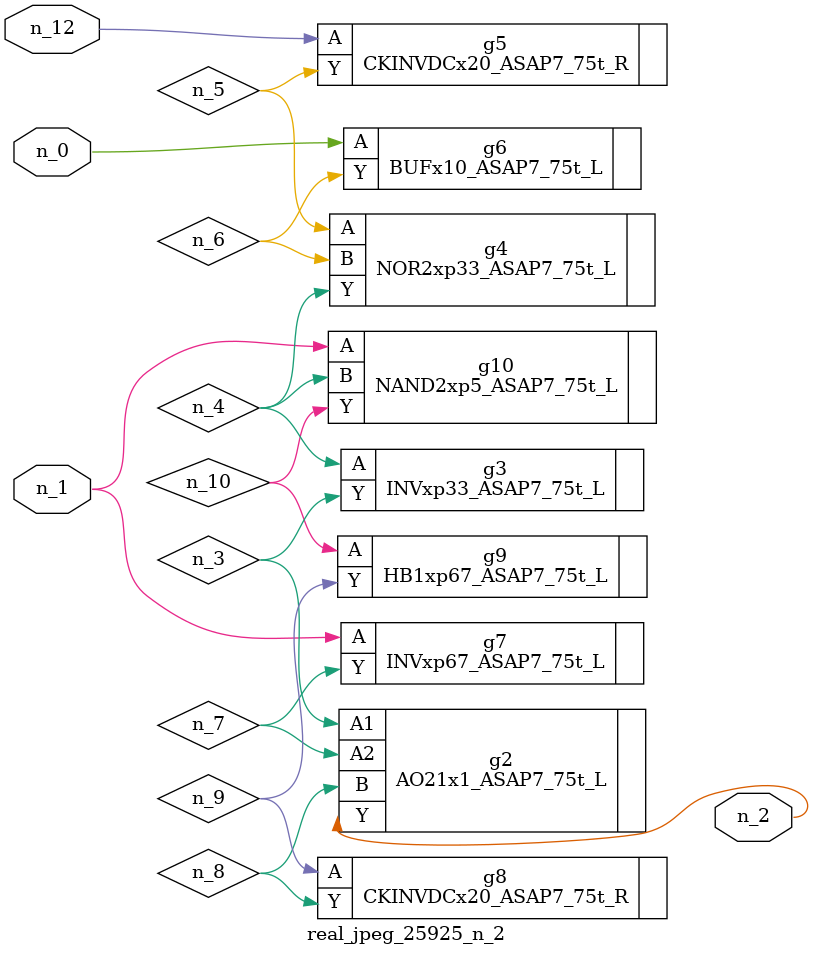
<source format=v>
module real_jpeg_25925_n_2 (n_12, n_1, n_0, n_2);

input n_12;
input n_1;
input n_0;

output n_2;

wire n_5;
wire n_4;
wire n_8;
wire n_6;
wire n_7;
wire n_3;
wire n_10;
wire n_9;

BUFx10_ASAP7_75t_L g6 ( 
.A(n_0),
.Y(n_6)
);

INVxp67_ASAP7_75t_L g7 ( 
.A(n_1),
.Y(n_7)
);

NAND2xp5_ASAP7_75t_L g10 ( 
.A(n_1),
.B(n_4),
.Y(n_10)
);

AO21x1_ASAP7_75t_L g2 ( 
.A1(n_3),
.A2(n_7),
.B(n_8),
.Y(n_2)
);

INVxp33_ASAP7_75t_L g3 ( 
.A(n_4),
.Y(n_3)
);

NOR2xp33_ASAP7_75t_L g4 ( 
.A(n_5),
.B(n_6),
.Y(n_4)
);

CKINVDCx20_ASAP7_75t_R g8 ( 
.A(n_9),
.Y(n_8)
);

HB1xp67_ASAP7_75t_L g9 ( 
.A(n_10),
.Y(n_9)
);

CKINVDCx20_ASAP7_75t_R g5 ( 
.A(n_12),
.Y(n_5)
);


endmodule
</source>
